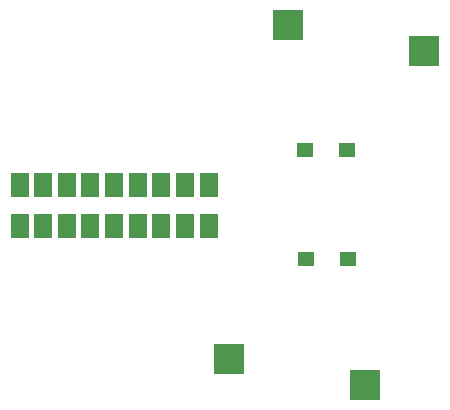
<source format=gbr>
%TF.GenerationSoftware,KiCad,Pcbnew,(6.0.6)*%
%TF.CreationDate,2022-07-28T22:42:36-07:00*%
%TF.ProjectId,right_thumb_routed,72696768-745f-4746-9875-6d625f726f75,v1.0.0*%
%TF.SameCoordinates,Original*%
%TF.FileFunction,Paste,Bot*%
%TF.FilePolarity,Positive*%
%FSLAX46Y46*%
G04 Gerber Fmt 4.6, Leading zero omitted, Abs format (unit mm)*
G04 Created by KiCad (PCBNEW (6.0.6)) date 2022-07-28 22:42:36*
%MOMM*%
%LPD*%
G01*
G04 APERTURE LIST*
%ADD10R,2.600000X2.600000*%
%ADD11R,1.500000X2.000000*%
%ADD12R,1.400000X1.300000*%
G04 APERTURE END LIST*
D10*
%TO.C,SW17*%
X86725000Y-36850000D03*
X98275000Y-39050000D03*
%TD*%
D11*
%TO.C,J6*%
X64000000Y-53900000D03*
X64000000Y-50400000D03*
X66000000Y-50400000D03*
X66000000Y-53900000D03*
X68000000Y-50400000D03*
X68000000Y-53900000D03*
X70000000Y-50400000D03*
X70000000Y-53900000D03*
X72000000Y-53900000D03*
X72000000Y-50400000D03*
X74000000Y-53900000D03*
X74000000Y-50400000D03*
X76000000Y-50400000D03*
X76000000Y-53900000D03*
X78000000Y-53900000D03*
X78000000Y-50400000D03*
X80000000Y-50400000D03*
X80000000Y-53900000D03*
%TD*%
D10*
%TO.C,SW16*%
X93275000Y-67350000D03*
X81725000Y-65150000D03*
%TD*%
D12*
%TO.C,D17*%
X91750000Y-47500000D03*
X88200000Y-47500000D03*
%TD*%
%TO.C,D16*%
X88250000Y-56700000D03*
X91800000Y-56700000D03*
%TD*%
M02*

</source>
